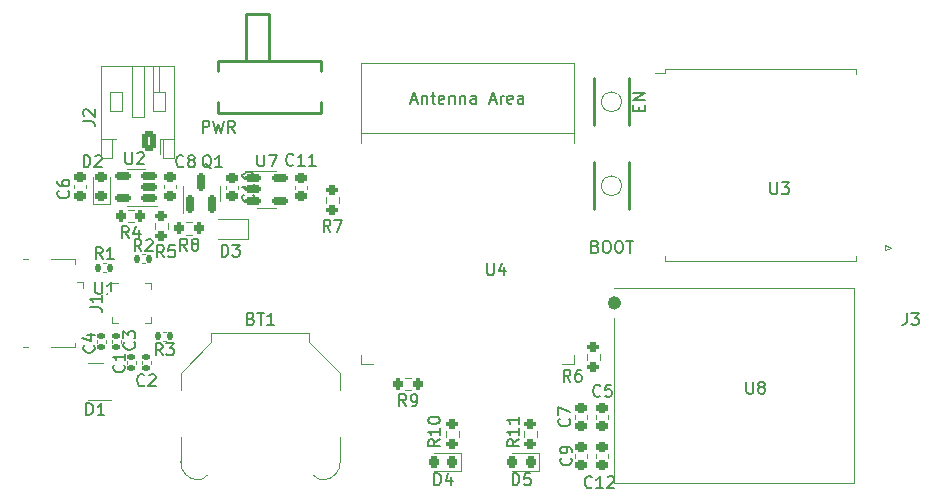
<source format=gto>
G04 #@! TF.GenerationSoftware,KiCad,Pcbnew,(6.0.7)*
G04 #@! TF.CreationDate,2022-10-05T21:11:47-04:00*
G04 #@! TF.ProjectId,Dogometer_v1,446f676f-6d65-4746-9572-5f76312e6b69,rev?*
G04 #@! TF.SameCoordinates,Original*
G04 #@! TF.FileFunction,Legend,Top*
G04 #@! TF.FilePolarity,Positive*
%FSLAX46Y46*%
G04 Gerber Fmt 4.6, Leading zero omitted, Abs format (unit mm)*
G04 Created by KiCad (PCBNEW (6.0.7)) date 2022-10-05 21:11:47*
%MOMM*%
%LPD*%
G01*
G04 APERTURE LIST*
G04 Aperture macros list*
%AMRoundRect*
0 Rectangle with rounded corners*
0 $1 Rounding radius*
0 $2 $3 $4 $5 $6 $7 $8 $9 X,Y pos of 4 corners*
0 Add a 4 corners polygon primitive as box body*
4,1,4,$2,$3,$4,$5,$6,$7,$8,$9,$2,$3,0*
0 Add four circle primitives for the rounded corners*
1,1,$1+$1,$2,$3*
1,1,$1+$1,$4,$5*
1,1,$1+$1,$6,$7*
1,1,$1+$1,$8,$9*
0 Add four rect primitives between the rounded corners*
20,1,$1+$1,$2,$3,$4,$5,0*
20,1,$1+$1,$4,$5,$6,$7,0*
20,1,$1+$1,$6,$7,$8,$9,0*
20,1,$1+$1,$8,$9,$2,$3,0*%
G04 Aperture macros list end*
%ADD10C,0.150000*%
%ADD11C,0.120000*%
%ADD12C,0.254000*%
%ADD13C,0.560000*%
%ADD14R,0.600000X0.450000*%
%ADD15RoundRect,0.150000X0.512500X0.150000X-0.512500X0.150000X-0.512500X-0.150000X0.512500X-0.150000X0*%
%ADD16RoundRect,0.135000X0.135000X0.185000X-0.135000X0.185000X-0.135000X-0.185000X0.135000X-0.185000X0*%
%ADD17RoundRect,0.140000X-0.170000X0.140000X-0.170000X-0.140000X0.170000X-0.140000X0.170000X0.140000X0*%
%ADD18RoundRect,0.225000X-0.250000X0.225000X-0.250000X-0.225000X0.250000X-0.225000X0.250000X0.225000X0*%
%ADD19R,1.350000X0.400000*%
%ADD20O,1.550000X0.890000*%
%ADD21R,1.550000X1.500000*%
%ADD22R,1.550000X1.200000*%
%ADD23O,0.950000X1.250000*%
%ADD24RoundRect,0.200000X0.200000X0.275000X-0.200000X0.275000X-0.200000X-0.275000X0.200000X-0.275000X0*%
%ADD25RoundRect,0.218750X0.218750X0.256250X-0.218750X0.256250X-0.218750X-0.256250X0.218750X-0.256250X0*%
%ADD26RoundRect,0.135000X-0.135000X-0.185000X0.135000X-0.185000X0.135000X0.185000X-0.135000X0.185000X0*%
%ADD27RoundRect,0.150000X-0.512500X-0.150000X0.512500X-0.150000X0.512500X0.150000X-0.512500X0.150000X0*%
%ADD28R,0.300000X0.300000*%
%ADD29R,0.900000X0.300000*%
%ADD30R,0.300000X0.900000*%
%ADD31R,1.800000X1.800000*%
%ADD32R,4.190000X1.780000*%
%ADD33R,4.190000X2.665000*%
%ADD34RoundRect,0.200000X0.275000X-0.200000X0.275000X0.200000X-0.275000X0.200000X-0.275000X-0.200000X0*%
%ADD35C,1.524000*%
%ADD36O,1.400000X2.200000*%
%ADD37O,2.500000X1.000000*%
%ADD38R,1.500000X0.900000*%
%ADD39R,0.900000X1.500000*%
%ADD40R,0.900000X0.900000*%
%ADD41R,0.700000X1.000000*%
%ADD42R,0.700000X0.600000*%
%ADD43RoundRect,0.200000X-0.275000X0.200000X-0.275000X-0.200000X0.275000X-0.200000X0.275000X0.200000X0*%
%ADD44R,2.000000X1.350000*%
%ADD45R,3.500000X3.300000*%
%ADD46C,10.200000*%
%ADD47R,2.000000X1.000000*%
%ADD48RoundRect,0.218750X0.256250X-0.218750X0.256250X0.218750X-0.256250X0.218750X-0.256250X-0.218750X0*%
%ADD49RoundRect,0.250000X0.350000X0.625000X-0.350000X0.625000X-0.350000X-0.625000X0.350000X-0.625000X0*%
%ADD50O,1.200000X1.750000*%
%ADD51RoundRect,0.150000X0.150000X-0.587500X0.150000X0.587500X-0.150000X0.587500X-0.150000X-0.587500X0*%
G04 APERTURE END LIST*
D10*
X122959904Y-101997380D02*
X122959904Y-100997380D01*
X123198000Y-100997380D01*
X123340857Y-101045000D01*
X123436095Y-101140238D01*
X123483714Y-101235476D01*
X123531333Y-101425952D01*
X123531333Y-101568809D01*
X123483714Y-101759285D01*
X123436095Y-101854523D01*
X123340857Y-101949761D01*
X123198000Y-101997380D01*
X122959904Y-101997380D01*
X123864666Y-100997380D02*
X124483714Y-100997380D01*
X124150380Y-101378333D01*
X124293238Y-101378333D01*
X124388476Y-101425952D01*
X124436095Y-101473571D01*
X124483714Y-101568809D01*
X124483714Y-101806904D01*
X124436095Y-101902142D01*
X124388476Y-101949761D01*
X124293238Y-101997380D01*
X124007523Y-101997380D01*
X123912285Y-101949761D01*
X123864666Y-101902142D01*
X114808095Y-93178380D02*
X114808095Y-93987904D01*
X114855714Y-94083142D01*
X114903333Y-94130761D01*
X114998571Y-94178380D01*
X115189047Y-94178380D01*
X115284285Y-94130761D01*
X115331904Y-94083142D01*
X115379523Y-93987904D01*
X115379523Y-93178380D01*
X115808095Y-93273619D02*
X115855714Y-93226000D01*
X115950952Y-93178380D01*
X116189047Y-93178380D01*
X116284285Y-93226000D01*
X116331904Y-93273619D01*
X116379523Y-93368857D01*
X116379523Y-93464095D01*
X116331904Y-93606952D01*
X115760476Y-94178380D01*
X116379523Y-94178380D01*
X117945333Y-110354380D02*
X117612000Y-109878190D01*
X117373904Y-110354380D02*
X117373904Y-109354380D01*
X117754857Y-109354380D01*
X117850095Y-109402000D01*
X117897714Y-109449619D01*
X117945333Y-109544857D01*
X117945333Y-109687714D01*
X117897714Y-109782952D01*
X117850095Y-109830571D01*
X117754857Y-109878190D01*
X117373904Y-109878190D01*
X118278666Y-109354380D02*
X118897714Y-109354380D01*
X118564380Y-109735333D01*
X118707238Y-109735333D01*
X118802476Y-109782952D01*
X118850095Y-109830571D01*
X118897714Y-109925809D01*
X118897714Y-110163904D01*
X118850095Y-110259142D01*
X118802476Y-110306761D01*
X118707238Y-110354380D01*
X118421523Y-110354380D01*
X118326285Y-110306761D01*
X118278666Y-110259142D01*
X114657142Y-111164666D02*
X114704761Y-111212285D01*
X114752380Y-111355142D01*
X114752380Y-111450380D01*
X114704761Y-111593238D01*
X114609523Y-111688476D01*
X114514285Y-111736095D01*
X114323809Y-111783714D01*
X114180952Y-111783714D01*
X113990476Y-111736095D01*
X113895238Y-111688476D01*
X113800000Y-111593238D01*
X113752380Y-111450380D01*
X113752380Y-111355142D01*
X113800000Y-111212285D01*
X113847619Y-111164666D01*
X114752380Y-110212285D02*
X114752380Y-110783714D01*
X114752380Y-110498000D02*
X113752380Y-110498000D01*
X113895238Y-110593238D01*
X113990476Y-110688476D01*
X114038095Y-110783714D01*
X109958142Y-96432666D02*
X110005761Y-96480285D01*
X110053380Y-96623142D01*
X110053380Y-96718380D01*
X110005761Y-96861238D01*
X109910523Y-96956476D01*
X109815285Y-97004095D01*
X109624809Y-97051714D01*
X109481952Y-97051714D01*
X109291476Y-97004095D01*
X109196238Y-96956476D01*
X109101000Y-96861238D01*
X109053380Y-96718380D01*
X109053380Y-96623142D01*
X109101000Y-96480285D01*
X109148619Y-96432666D01*
X109053380Y-95575523D02*
X109053380Y-95766000D01*
X109101000Y-95861238D01*
X109148619Y-95908857D01*
X109291476Y-96004095D01*
X109481952Y-96051714D01*
X109862904Y-96051714D01*
X109958142Y-96004095D01*
X110005761Y-95956476D01*
X110053380Y-95861238D01*
X110053380Y-95670761D01*
X110005761Y-95575523D01*
X109958142Y-95527904D01*
X109862904Y-95480285D01*
X109624809Y-95480285D01*
X109529571Y-95527904D01*
X109481952Y-95575523D01*
X109434333Y-95670761D01*
X109434333Y-95861238D01*
X109481952Y-95956476D01*
X109529571Y-96004095D01*
X109624809Y-96051714D01*
X155027333Y-113768142D02*
X154979714Y-113815761D01*
X154836857Y-113863380D01*
X154741619Y-113863380D01*
X154598761Y-113815761D01*
X154503523Y-113720523D01*
X154455904Y-113625285D01*
X154408285Y-113434809D01*
X154408285Y-113291952D01*
X154455904Y-113101476D01*
X154503523Y-113006238D01*
X154598761Y-112911000D01*
X154741619Y-112863380D01*
X154836857Y-112863380D01*
X154979714Y-112911000D01*
X155027333Y-112958619D01*
X155932095Y-112863380D02*
X155455904Y-112863380D01*
X155408285Y-113339571D01*
X155455904Y-113291952D01*
X155551142Y-113244333D01*
X155789238Y-113244333D01*
X155884476Y-113291952D01*
X155932095Y-113339571D01*
X155979714Y-113434809D01*
X155979714Y-113672904D01*
X155932095Y-113768142D01*
X155884476Y-113815761D01*
X155789238Y-113863380D01*
X155551142Y-113863380D01*
X155455904Y-113815761D01*
X155408285Y-113768142D01*
X111788380Y-106271333D02*
X112502666Y-106271333D01*
X112645523Y-106318952D01*
X112740761Y-106414190D01*
X112788380Y-106557047D01*
X112788380Y-106652285D01*
X112788380Y-105271333D02*
X112788380Y-105842761D01*
X112788380Y-105557047D02*
X111788380Y-105557047D01*
X111931238Y-105652285D01*
X112026476Y-105747523D01*
X112074095Y-105842761D01*
X138580333Y-114658380D02*
X138247000Y-114182190D01*
X138008904Y-114658380D02*
X138008904Y-113658380D01*
X138389857Y-113658380D01*
X138485095Y-113706000D01*
X138532714Y-113753619D01*
X138580333Y-113848857D01*
X138580333Y-113991714D01*
X138532714Y-114086952D01*
X138485095Y-114134571D01*
X138389857Y-114182190D01*
X138008904Y-114182190D01*
X139056523Y-114658380D02*
X139247000Y-114658380D01*
X139342238Y-114610761D01*
X139389857Y-114563142D01*
X139485095Y-114420285D01*
X139532714Y-114229809D01*
X139532714Y-113848857D01*
X139485095Y-113753619D01*
X139437476Y-113706000D01*
X139342238Y-113658380D01*
X139151761Y-113658380D01*
X139056523Y-113706000D01*
X139008904Y-113753619D01*
X138961285Y-113848857D01*
X138961285Y-114086952D01*
X139008904Y-114182190D01*
X139056523Y-114229809D01*
X139151761Y-114277428D01*
X139342238Y-114277428D01*
X139437476Y-114229809D01*
X139485095Y-114182190D01*
X139532714Y-114086952D01*
X147597904Y-121356380D02*
X147597904Y-120356380D01*
X147836000Y-120356380D01*
X147978857Y-120404000D01*
X148074095Y-120499238D01*
X148121714Y-120594476D01*
X148169333Y-120784952D01*
X148169333Y-120927809D01*
X148121714Y-121118285D01*
X148074095Y-121213523D01*
X147978857Y-121308761D01*
X147836000Y-121356380D01*
X147597904Y-121356380D01*
X149074095Y-120356380D02*
X148597904Y-120356380D01*
X148550285Y-120832571D01*
X148597904Y-120784952D01*
X148693142Y-120737333D01*
X148931238Y-120737333D01*
X149026476Y-120784952D01*
X149074095Y-120832571D01*
X149121714Y-120927809D01*
X149121714Y-121165904D01*
X149074095Y-121261142D01*
X149026476Y-121308761D01*
X148931238Y-121356380D01*
X148693142Y-121356380D01*
X148597904Y-121308761D01*
X148550285Y-121261142D01*
X154297142Y-121515142D02*
X154249523Y-121562761D01*
X154106666Y-121610380D01*
X154011428Y-121610380D01*
X153868571Y-121562761D01*
X153773333Y-121467523D01*
X153725714Y-121372285D01*
X153678095Y-121181809D01*
X153678095Y-121038952D01*
X153725714Y-120848476D01*
X153773333Y-120753238D01*
X153868571Y-120658000D01*
X154011428Y-120610380D01*
X154106666Y-120610380D01*
X154249523Y-120658000D01*
X154297142Y-120705619D01*
X155249523Y-121610380D02*
X154678095Y-121610380D01*
X154963809Y-121610380D02*
X154963809Y-120610380D01*
X154868571Y-120753238D01*
X154773333Y-120848476D01*
X154678095Y-120896095D01*
X155630476Y-120705619D02*
X155678095Y-120658000D01*
X155773333Y-120610380D01*
X156011428Y-120610380D01*
X156106666Y-120658000D01*
X156154285Y-120705619D01*
X156201904Y-120800857D01*
X156201904Y-120896095D01*
X156154285Y-121038952D01*
X155582857Y-121610380D01*
X156201904Y-121610380D01*
X116165333Y-101544380D02*
X115832000Y-101068190D01*
X115593904Y-101544380D02*
X115593904Y-100544380D01*
X115974857Y-100544380D01*
X116070095Y-100592000D01*
X116117714Y-100639619D01*
X116165333Y-100734857D01*
X116165333Y-100877714D01*
X116117714Y-100972952D01*
X116070095Y-101020571D01*
X115974857Y-101068190D01*
X115593904Y-101068190D01*
X116546285Y-100639619D02*
X116593904Y-100592000D01*
X116689142Y-100544380D01*
X116927238Y-100544380D01*
X117022476Y-100592000D01*
X117070095Y-100639619D01*
X117117714Y-100734857D01*
X117117714Y-100830095D01*
X117070095Y-100972952D01*
X116498666Y-101544380D01*
X117117714Y-101544380D01*
X125984095Y-93362380D02*
X125984095Y-94171904D01*
X126031714Y-94267142D01*
X126079333Y-94314761D01*
X126174571Y-94362380D01*
X126365047Y-94362380D01*
X126460285Y-94314761D01*
X126507904Y-94267142D01*
X126555523Y-94171904D01*
X126555523Y-93362380D01*
X126936476Y-93362380D02*
X127603142Y-93362380D01*
X127174571Y-94362380D01*
X112272095Y-104164380D02*
X112272095Y-104973904D01*
X112319714Y-105069142D01*
X112367333Y-105116761D01*
X112462571Y-105164380D01*
X112653047Y-105164380D01*
X112748285Y-105116761D01*
X112795904Y-105069142D01*
X112843523Y-104973904D01*
X112843523Y-104164380D01*
X113843523Y-105164380D02*
X113272095Y-105164380D01*
X113557809Y-105164380D02*
X113557809Y-104164380D01*
X113462571Y-104307238D01*
X113367333Y-104402476D01*
X113272095Y-104450095D01*
X119721333Y-94337142D02*
X119673714Y-94384761D01*
X119530857Y-94432380D01*
X119435619Y-94432380D01*
X119292761Y-94384761D01*
X119197523Y-94289523D01*
X119149904Y-94194285D01*
X119102285Y-94003809D01*
X119102285Y-93860952D01*
X119149904Y-93670476D01*
X119197523Y-93575238D01*
X119292761Y-93480000D01*
X119435619Y-93432380D01*
X119530857Y-93432380D01*
X119673714Y-93480000D01*
X119721333Y-93527619D01*
X120292761Y-93860952D02*
X120197523Y-93813333D01*
X120149904Y-93765714D01*
X120102285Y-93670476D01*
X120102285Y-93622857D01*
X120149904Y-93527619D01*
X120197523Y-93480000D01*
X120292761Y-93432380D01*
X120483238Y-93432380D01*
X120578476Y-93480000D01*
X120626095Y-93527619D01*
X120673714Y-93622857D01*
X120673714Y-93670476D01*
X120626095Y-93765714D01*
X120578476Y-93813333D01*
X120483238Y-93860952D01*
X120292761Y-93860952D01*
X120197523Y-93908571D01*
X120149904Y-93956190D01*
X120102285Y-94051428D01*
X120102285Y-94241904D01*
X120149904Y-94337142D01*
X120197523Y-94384761D01*
X120292761Y-94432380D01*
X120483238Y-94432380D01*
X120578476Y-94384761D01*
X120626095Y-94337142D01*
X120673714Y-94241904D01*
X120673714Y-94051428D01*
X120626095Y-93956190D01*
X120578476Y-93908571D01*
X120483238Y-93860952D01*
X129024142Y-94210142D02*
X128976523Y-94257761D01*
X128833666Y-94305380D01*
X128738428Y-94305380D01*
X128595571Y-94257761D01*
X128500333Y-94162523D01*
X128452714Y-94067285D01*
X128405095Y-93876809D01*
X128405095Y-93733952D01*
X128452714Y-93543476D01*
X128500333Y-93448238D01*
X128595571Y-93353000D01*
X128738428Y-93305380D01*
X128833666Y-93305380D01*
X128976523Y-93353000D01*
X129024142Y-93400619D01*
X129976523Y-94305380D02*
X129405095Y-94305380D01*
X129690809Y-94305380D02*
X129690809Y-93305380D01*
X129595571Y-93448238D01*
X129500333Y-93543476D01*
X129405095Y-93591095D01*
X130928904Y-94305380D02*
X130357476Y-94305380D01*
X130643190Y-94305380D02*
X130643190Y-93305380D01*
X130547952Y-93448238D01*
X130452714Y-93543476D01*
X130357476Y-93591095D01*
X115546142Y-109259666D02*
X115593761Y-109307285D01*
X115641380Y-109450142D01*
X115641380Y-109545380D01*
X115593761Y-109688238D01*
X115498523Y-109783476D01*
X115403285Y-109831095D01*
X115212809Y-109878714D01*
X115069952Y-109878714D01*
X114879476Y-109831095D01*
X114784238Y-109783476D01*
X114689000Y-109688238D01*
X114641380Y-109545380D01*
X114641380Y-109450142D01*
X114689000Y-109307285D01*
X114736619Y-109259666D01*
X114641380Y-108926333D02*
X114641380Y-108307285D01*
X115022333Y-108640619D01*
X115022333Y-108497761D01*
X115069952Y-108402523D01*
X115117571Y-108354904D01*
X115212809Y-108307285D01*
X115450904Y-108307285D01*
X115546142Y-108354904D01*
X115593761Y-108402523D01*
X115641380Y-108497761D01*
X115641380Y-108783476D01*
X115593761Y-108878714D01*
X115546142Y-108926333D01*
X180961666Y-106786380D02*
X180961666Y-107500666D01*
X180914047Y-107643523D01*
X180818809Y-107738761D01*
X180675952Y-107786380D01*
X180580714Y-107786380D01*
X181342619Y-106786380D02*
X181961666Y-106786380D01*
X181628333Y-107167333D01*
X181771190Y-107167333D01*
X181866428Y-107214952D01*
X181914047Y-107262571D01*
X181961666Y-107357809D01*
X181961666Y-107595904D01*
X181914047Y-107691142D01*
X181866428Y-107738761D01*
X181771190Y-107786380D01*
X181485476Y-107786380D01*
X181390238Y-107738761D01*
X181342619Y-107691142D01*
X152487333Y-112593380D02*
X152154000Y-112117190D01*
X151915904Y-112593380D02*
X151915904Y-111593380D01*
X152296857Y-111593380D01*
X152392095Y-111641000D01*
X152439714Y-111688619D01*
X152487333Y-111783857D01*
X152487333Y-111926714D01*
X152439714Y-112021952D01*
X152392095Y-112069571D01*
X152296857Y-112117190D01*
X151915904Y-112117190D01*
X153344476Y-111593380D02*
X153154000Y-111593380D01*
X153058761Y-111641000D01*
X153011142Y-111688619D01*
X152915904Y-111831476D01*
X152868285Y-112021952D01*
X152868285Y-112402904D01*
X152915904Y-112498142D01*
X152963523Y-112545761D01*
X153058761Y-112593380D01*
X153249238Y-112593380D01*
X153344476Y-112545761D01*
X153392095Y-112498142D01*
X153439714Y-112402904D01*
X153439714Y-112164809D01*
X153392095Y-112069571D01*
X153344476Y-112021952D01*
X153249238Y-111974333D01*
X153058761Y-111974333D01*
X152963523Y-112021952D01*
X152915904Y-112069571D01*
X152868285Y-112164809D01*
X148120380Y-117482857D02*
X147644190Y-117816190D01*
X148120380Y-118054285D02*
X147120380Y-118054285D01*
X147120380Y-117673333D01*
X147168000Y-117578095D01*
X147215619Y-117530476D01*
X147310857Y-117482857D01*
X147453714Y-117482857D01*
X147548952Y-117530476D01*
X147596571Y-117578095D01*
X147644190Y-117673333D01*
X147644190Y-118054285D01*
X148120380Y-116530476D02*
X148120380Y-117101904D01*
X148120380Y-116816190D02*
X147120380Y-116816190D01*
X147263238Y-116911428D01*
X147358476Y-117006666D01*
X147406095Y-117101904D01*
X148120380Y-115578095D02*
X148120380Y-116149523D01*
X148120380Y-115863809D02*
X147120380Y-115863809D01*
X147263238Y-115959047D01*
X147358476Y-116054285D01*
X147406095Y-116149523D01*
X121348666Y-91511380D02*
X121348666Y-90511380D01*
X121729619Y-90511380D01*
X121824857Y-90559000D01*
X121872476Y-90606619D01*
X121920095Y-90701857D01*
X121920095Y-90844714D01*
X121872476Y-90939952D01*
X121824857Y-90987571D01*
X121729619Y-91035190D01*
X121348666Y-91035190D01*
X122253428Y-90511380D02*
X122491523Y-91511380D01*
X122682000Y-90797095D01*
X122872476Y-91511380D01*
X123110571Y-90511380D01*
X124062952Y-91511380D02*
X123729619Y-91035190D01*
X123491523Y-91511380D02*
X123491523Y-90511380D01*
X123872476Y-90511380D01*
X123967714Y-90559000D01*
X124015333Y-90606619D01*
X124062952Y-90701857D01*
X124062952Y-90844714D01*
X124015333Y-90939952D01*
X123967714Y-90987571D01*
X123872476Y-91035190D01*
X123491523Y-91035190D01*
X112865333Y-102216380D02*
X112532000Y-101740190D01*
X112293904Y-102216380D02*
X112293904Y-101216380D01*
X112674857Y-101216380D01*
X112770095Y-101264000D01*
X112817714Y-101311619D01*
X112865333Y-101406857D01*
X112865333Y-101549714D01*
X112817714Y-101644952D01*
X112770095Y-101692571D01*
X112674857Y-101740190D01*
X112293904Y-101740190D01*
X113817714Y-102216380D02*
X113246285Y-102216380D01*
X113532000Y-102216380D02*
X113532000Y-101216380D01*
X113436761Y-101359238D01*
X113341523Y-101454476D01*
X113246285Y-101502095D01*
X125617642Y-96777857D02*
X125665261Y-96825476D01*
X125712880Y-96968333D01*
X125712880Y-97063571D01*
X125665261Y-97206428D01*
X125570023Y-97301666D01*
X125474785Y-97349285D01*
X125284309Y-97396904D01*
X125141452Y-97396904D01*
X124950976Y-97349285D01*
X124855738Y-97301666D01*
X124760500Y-97206428D01*
X124712880Y-97063571D01*
X124712880Y-96968333D01*
X124760500Y-96825476D01*
X124808119Y-96777857D01*
X125712880Y-95825476D02*
X125712880Y-96396904D01*
X125712880Y-96111190D02*
X124712880Y-96111190D01*
X124855738Y-96206428D01*
X124950976Y-96301666D01*
X124998595Y-96396904D01*
X124712880Y-95206428D02*
X124712880Y-95111190D01*
X124760500Y-95015952D01*
X124808119Y-94968333D01*
X124903357Y-94920714D01*
X125093833Y-94873095D01*
X125331928Y-94873095D01*
X125522404Y-94920714D01*
X125617642Y-94968333D01*
X125665261Y-95015952D01*
X125712880Y-95111190D01*
X125712880Y-95206428D01*
X125665261Y-95301666D01*
X125617642Y-95349285D01*
X125522404Y-95396904D01*
X125331928Y-95444523D01*
X125093833Y-95444523D01*
X124903357Y-95396904D01*
X124808119Y-95349285D01*
X124760500Y-95301666D01*
X124712880Y-95206428D01*
X115086333Y-100434380D02*
X114753000Y-99958190D01*
X114514904Y-100434380D02*
X114514904Y-99434380D01*
X114895857Y-99434380D01*
X114991095Y-99482000D01*
X115038714Y-99529619D01*
X115086333Y-99624857D01*
X115086333Y-99767714D01*
X115038714Y-99862952D01*
X114991095Y-99910571D01*
X114895857Y-99958190D01*
X114514904Y-99958190D01*
X115943476Y-99767714D02*
X115943476Y-100434380D01*
X115705380Y-99386761D02*
X115467285Y-100101047D01*
X116086333Y-100101047D01*
X167386095Y-112609380D02*
X167386095Y-113418904D01*
X167433714Y-113514142D01*
X167481333Y-113561761D01*
X167576571Y-113609380D01*
X167767047Y-113609380D01*
X167862285Y-113561761D01*
X167909904Y-113514142D01*
X167957523Y-113418904D01*
X167957523Y-112609380D01*
X168576571Y-113037952D02*
X168481333Y-112990333D01*
X168433714Y-112942714D01*
X168386095Y-112847476D01*
X168386095Y-112799857D01*
X168433714Y-112704619D01*
X168481333Y-112657000D01*
X168576571Y-112609380D01*
X168767047Y-112609380D01*
X168862285Y-112657000D01*
X168909904Y-112704619D01*
X168957523Y-112799857D01*
X168957523Y-112847476D01*
X168909904Y-112942714D01*
X168862285Y-112990333D01*
X168767047Y-113037952D01*
X168576571Y-113037952D01*
X168481333Y-113085571D01*
X168433714Y-113133190D01*
X168386095Y-113228428D01*
X168386095Y-113418904D01*
X168433714Y-113514142D01*
X168481333Y-113561761D01*
X168576571Y-113609380D01*
X168767047Y-113609380D01*
X168862285Y-113561761D01*
X168909904Y-113514142D01*
X168957523Y-113418904D01*
X168957523Y-113228428D01*
X168909904Y-113133190D01*
X168862285Y-113085571D01*
X168767047Y-113037952D01*
X152376142Y-115736666D02*
X152423761Y-115784285D01*
X152471380Y-115927142D01*
X152471380Y-116022380D01*
X152423761Y-116165238D01*
X152328523Y-116260476D01*
X152233285Y-116308095D01*
X152042809Y-116355714D01*
X151899952Y-116355714D01*
X151709476Y-116308095D01*
X151614238Y-116260476D01*
X151519000Y-116165238D01*
X151471380Y-116022380D01*
X151471380Y-115927142D01*
X151519000Y-115784285D01*
X151566619Y-115736666D01*
X151471380Y-115403333D02*
X151471380Y-114736666D01*
X152471380Y-115165238D01*
X145415095Y-102576380D02*
X145415095Y-103385904D01*
X145462714Y-103481142D01*
X145510333Y-103528761D01*
X145605571Y-103576380D01*
X145796047Y-103576380D01*
X145891285Y-103528761D01*
X145938904Y-103481142D01*
X145986523Y-103385904D01*
X145986523Y-102576380D01*
X146891285Y-102909714D02*
X146891285Y-103576380D01*
X146653190Y-102528761D02*
X146415095Y-103243047D01*
X147034142Y-103243047D01*
X139002095Y-88762666D02*
X139478285Y-88762666D01*
X138906857Y-89048380D02*
X139240190Y-88048380D01*
X139573523Y-89048380D01*
X139906857Y-88381714D02*
X139906857Y-89048380D01*
X139906857Y-88476952D02*
X139954476Y-88429333D01*
X140049714Y-88381714D01*
X140192571Y-88381714D01*
X140287809Y-88429333D01*
X140335428Y-88524571D01*
X140335428Y-89048380D01*
X140668761Y-88381714D02*
X141049714Y-88381714D01*
X140811619Y-88048380D02*
X140811619Y-88905523D01*
X140859238Y-89000761D01*
X140954476Y-89048380D01*
X141049714Y-89048380D01*
X141764000Y-89000761D02*
X141668761Y-89048380D01*
X141478285Y-89048380D01*
X141383047Y-89000761D01*
X141335428Y-88905523D01*
X141335428Y-88524571D01*
X141383047Y-88429333D01*
X141478285Y-88381714D01*
X141668761Y-88381714D01*
X141764000Y-88429333D01*
X141811619Y-88524571D01*
X141811619Y-88619809D01*
X141335428Y-88715047D01*
X142240190Y-88381714D02*
X142240190Y-89048380D01*
X142240190Y-88476952D02*
X142287809Y-88429333D01*
X142383047Y-88381714D01*
X142525904Y-88381714D01*
X142621142Y-88429333D01*
X142668761Y-88524571D01*
X142668761Y-89048380D01*
X143144952Y-88381714D02*
X143144952Y-89048380D01*
X143144952Y-88476952D02*
X143192571Y-88429333D01*
X143287809Y-88381714D01*
X143430666Y-88381714D01*
X143525904Y-88429333D01*
X143573523Y-88524571D01*
X143573523Y-89048380D01*
X144478285Y-89048380D02*
X144478285Y-88524571D01*
X144430666Y-88429333D01*
X144335428Y-88381714D01*
X144144952Y-88381714D01*
X144049714Y-88429333D01*
X144478285Y-89000761D02*
X144383047Y-89048380D01*
X144144952Y-89048380D01*
X144049714Y-89000761D01*
X144002095Y-88905523D01*
X144002095Y-88810285D01*
X144049714Y-88715047D01*
X144144952Y-88667428D01*
X144383047Y-88667428D01*
X144478285Y-88619809D01*
X145668761Y-88762666D02*
X146144952Y-88762666D01*
X145573523Y-89048380D02*
X145906857Y-88048380D01*
X146240190Y-89048380D01*
X146573523Y-89048380D02*
X146573523Y-88381714D01*
X146573523Y-88572190D02*
X146621142Y-88476952D01*
X146668761Y-88429333D01*
X146764000Y-88381714D01*
X146859238Y-88381714D01*
X147573523Y-89000761D02*
X147478285Y-89048380D01*
X147287809Y-89048380D01*
X147192571Y-89000761D01*
X147144952Y-88905523D01*
X147144952Y-88524571D01*
X147192571Y-88429333D01*
X147287809Y-88381714D01*
X147478285Y-88381714D01*
X147573523Y-88429333D01*
X147621142Y-88524571D01*
X147621142Y-88619809D01*
X147144952Y-88715047D01*
X148478285Y-89048380D02*
X148478285Y-88524571D01*
X148430666Y-88429333D01*
X148335428Y-88381714D01*
X148144952Y-88381714D01*
X148049714Y-88429333D01*
X148478285Y-89000761D02*
X148383047Y-89048380D01*
X148144952Y-89048380D01*
X148049714Y-89000761D01*
X148002095Y-88905523D01*
X148002095Y-88810285D01*
X148049714Y-88715047D01*
X148144952Y-88667428D01*
X148383047Y-88667428D01*
X148478285Y-88619809D01*
X120038333Y-101494380D02*
X119705000Y-101018190D01*
X119466904Y-101494380D02*
X119466904Y-100494380D01*
X119847857Y-100494380D01*
X119943095Y-100542000D01*
X119990714Y-100589619D01*
X120038333Y-100684857D01*
X120038333Y-100827714D01*
X119990714Y-100922952D01*
X119943095Y-100970571D01*
X119847857Y-101018190D01*
X119466904Y-101018190D01*
X120609761Y-100922952D02*
X120514523Y-100875333D01*
X120466904Y-100827714D01*
X120419285Y-100732476D01*
X120419285Y-100684857D01*
X120466904Y-100589619D01*
X120514523Y-100542000D01*
X120609761Y-100494380D01*
X120800238Y-100494380D01*
X120895476Y-100542000D01*
X120943095Y-100589619D01*
X120990714Y-100684857D01*
X120990714Y-100732476D01*
X120943095Y-100827714D01*
X120895476Y-100875333D01*
X120800238Y-100922952D01*
X120609761Y-100922952D01*
X120514523Y-100970571D01*
X120466904Y-101018190D01*
X120419285Y-101113428D01*
X120419285Y-101303904D01*
X120466904Y-101399142D01*
X120514523Y-101446761D01*
X120609761Y-101494380D01*
X120800238Y-101494380D01*
X120895476Y-101446761D01*
X120943095Y-101399142D01*
X120990714Y-101303904D01*
X120990714Y-101113428D01*
X120943095Y-101018190D01*
X120895476Y-100970571D01*
X120800238Y-100922952D01*
X141422380Y-117482857D02*
X140946190Y-117816190D01*
X141422380Y-118054285D02*
X140422380Y-118054285D01*
X140422380Y-117673333D01*
X140470000Y-117578095D01*
X140517619Y-117530476D01*
X140612857Y-117482857D01*
X140755714Y-117482857D01*
X140850952Y-117530476D01*
X140898571Y-117578095D01*
X140946190Y-117673333D01*
X140946190Y-118054285D01*
X141422380Y-116530476D02*
X141422380Y-117101904D01*
X141422380Y-116816190D02*
X140422380Y-116816190D01*
X140565238Y-116911428D01*
X140660476Y-117006666D01*
X140708095Y-117101904D01*
X140422380Y-115911428D02*
X140422380Y-115816190D01*
X140470000Y-115720952D01*
X140517619Y-115673333D01*
X140612857Y-115625714D01*
X140803333Y-115578095D01*
X141041428Y-115578095D01*
X141231904Y-115625714D01*
X141327142Y-115673333D01*
X141374761Y-115720952D01*
X141422380Y-115816190D01*
X141422380Y-115911428D01*
X141374761Y-116006666D01*
X141327142Y-116054285D01*
X141231904Y-116101904D01*
X141041428Y-116149523D01*
X140803333Y-116149523D01*
X140612857Y-116101904D01*
X140517619Y-116054285D01*
X140470000Y-116006666D01*
X140422380Y-115911428D01*
X111509904Y-115418380D02*
X111509904Y-114418380D01*
X111748000Y-114418380D01*
X111890857Y-114466000D01*
X111986095Y-114561238D01*
X112033714Y-114656476D01*
X112081333Y-114846952D01*
X112081333Y-114989809D01*
X112033714Y-115180285D01*
X111986095Y-115275523D01*
X111890857Y-115370761D01*
X111748000Y-115418380D01*
X111509904Y-115418380D01*
X113033714Y-115418380D02*
X112462285Y-115418380D01*
X112748000Y-115418380D02*
X112748000Y-114418380D01*
X112652761Y-114561238D01*
X112557523Y-114656476D01*
X112462285Y-114704095D01*
X132167333Y-99893380D02*
X131834000Y-99417190D01*
X131595904Y-99893380D02*
X131595904Y-98893380D01*
X131976857Y-98893380D01*
X132072095Y-98941000D01*
X132119714Y-98988619D01*
X132167333Y-99083857D01*
X132167333Y-99226714D01*
X132119714Y-99321952D01*
X132072095Y-99369571D01*
X131976857Y-99417190D01*
X131595904Y-99417190D01*
X132500666Y-98893380D02*
X133167333Y-98893380D01*
X132738761Y-99893380D01*
X154598857Y-101147571D02*
X154741714Y-101195190D01*
X154789333Y-101242809D01*
X154836952Y-101338047D01*
X154836952Y-101480904D01*
X154789333Y-101576142D01*
X154741714Y-101623761D01*
X154646476Y-101671380D01*
X154265523Y-101671380D01*
X154265523Y-100671380D01*
X154598857Y-100671380D01*
X154694095Y-100719000D01*
X154741714Y-100766619D01*
X154789333Y-100861857D01*
X154789333Y-100957095D01*
X154741714Y-101052333D01*
X154694095Y-101099952D01*
X154598857Y-101147571D01*
X154265523Y-101147571D01*
X155456000Y-100671380D02*
X155646476Y-100671380D01*
X155741714Y-100719000D01*
X155836952Y-100814238D01*
X155884571Y-101004714D01*
X155884571Y-101338047D01*
X155836952Y-101528523D01*
X155741714Y-101623761D01*
X155646476Y-101671380D01*
X155456000Y-101671380D01*
X155360761Y-101623761D01*
X155265523Y-101528523D01*
X155217904Y-101338047D01*
X155217904Y-101004714D01*
X155265523Y-100814238D01*
X155360761Y-100719000D01*
X155456000Y-100671380D01*
X156503619Y-100671380D02*
X156694095Y-100671380D01*
X156789333Y-100719000D01*
X156884571Y-100814238D01*
X156932190Y-101004714D01*
X156932190Y-101338047D01*
X156884571Y-101528523D01*
X156789333Y-101623761D01*
X156694095Y-101671380D01*
X156503619Y-101671380D01*
X156408380Y-101623761D01*
X156313142Y-101528523D01*
X156265523Y-101338047D01*
X156265523Y-101004714D01*
X156313142Y-100814238D01*
X156408380Y-100719000D01*
X156503619Y-100671380D01*
X157217904Y-100671380D02*
X157789333Y-100671380D01*
X157503619Y-101671380D02*
X157503619Y-100671380D01*
X125452285Y-107244571D02*
X125595142Y-107292190D01*
X125642761Y-107339809D01*
X125690380Y-107435047D01*
X125690380Y-107577904D01*
X125642761Y-107673142D01*
X125595142Y-107720761D01*
X125499904Y-107768380D01*
X125118952Y-107768380D01*
X125118952Y-106768380D01*
X125452285Y-106768380D01*
X125547523Y-106816000D01*
X125595142Y-106863619D01*
X125642761Y-106958857D01*
X125642761Y-107054095D01*
X125595142Y-107149333D01*
X125547523Y-107196952D01*
X125452285Y-107244571D01*
X125118952Y-107244571D01*
X125976095Y-106768380D02*
X126547523Y-106768380D01*
X126261809Y-107768380D02*
X126261809Y-106768380D01*
X127404666Y-107768380D02*
X126833238Y-107768380D01*
X127118952Y-107768380D02*
X127118952Y-106768380D01*
X127023714Y-106911238D01*
X126928476Y-107006476D01*
X126833238Y-107054095D01*
X112117142Y-109513666D02*
X112164761Y-109561285D01*
X112212380Y-109704142D01*
X112212380Y-109799380D01*
X112164761Y-109942238D01*
X112069523Y-110037476D01*
X111974285Y-110085095D01*
X111783809Y-110132714D01*
X111640952Y-110132714D01*
X111450476Y-110085095D01*
X111355238Y-110037476D01*
X111260000Y-109942238D01*
X111212380Y-109799380D01*
X111212380Y-109704142D01*
X111260000Y-109561285D01*
X111307619Y-109513666D01*
X111545714Y-108656523D02*
X112212380Y-108656523D01*
X111164761Y-108894619D02*
X111879047Y-109132714D01*
X111879047Y-108513666D01*
X152503142Y-119051666D02*
X152550761Y-119099285D01*
X152598380Y-119242142D01*
X152598380Y-119337380D01*
X152550761Y-119480238D01*
X152455523Y-119575476D01*
X152360285Y-119623095D01*
X152169809Y-119670714D01*
X152026952Y-119670714D01*
X151836476Y-119623095D01*
X151741238Y-119575476D01*
X151646000Y-119480238D01*
X151598380Y-119337380D01*
X151598380Y-119242142D01*
X151646000Y-119099285D01*
X151693619Y-119051666D01*
X152598380Y-118575476D02*
X152598380Y-118385000D01*
X152550761Y-118289761D01*
X152503142Y-118242142D01*
X152360285Y-118146904D01*
X152169809Y-118099285D01*
X151788857Y-118099285D01*
X151693619Y-118146904D01*
X151646000Y-118194523D01*
X151598380Y-118289761D01*
X151598380Y-118480238D01*
X151646000Y-118575476D01*
X151693619Y-118623095D01*
X151788857Y-118670714D01*
X152026952Y-118670714D01*
X152122190Y-118623095D01*
X152169809Y-118575476D01*
X152217428Y-118480238D01*
X152217428Y-118289761D01*
X152169809Y-118194523D01*
X152122190Y-118146904D01*
X152026952Y-118099285D01*
X169418095Y-95718380D02*
X169418095Y-96527904D01*
X169465714Y-96623142D01*
X169513333Y-96670761D01*
X169608571Y-96718380D01*
X169799047Y-96718380D01*
X169894285Y-96670761D01*
X169941904Y-96623142D01*
X169989523Y-96527904D01*
X169989523Y-95718380D01*
X170370476Y-95718380D02*
X170989523Y-95718380D01*
X170656190Y-96099333D01*
X170799047Y-96099333D01*
X170894285Y-96146952D01*
X170941904Y-96194571D01*
X170989523Y-96289809D01*
X170989523Y-96527904D01*
X170941904Y-96623142D01*
X170894285Y-96670761D01*
X170799047Y-96718380D01*
X170513333Y-96718380D01*
X170418095Y-96670761D01*
X170370476Y-96623142D01*
X111275904Y-94432380D02*
X111275904Y-93432380D01*
X111514000Y-93432380D01*
X111656857Y-93480000D01*
X111752095Y-93575238D01*
X111799714Y-93670476D01*
X111847333Y-93860952D01*
X111847333Y-94003809D01*
X111799714Y-94194285D01*
X111752095Y-94289523D01*
X111656857Y-94384761D01*
X111514000Y-94432380D01*
X111275904Y-94432380D01*
X112228285Y-93527619D02*
X112275904Y-93480000D01*
X112371142Y-93432380D01*
X112609238Y-93432380D01*
X112704476Y-93480000D01*
X112752095Y-93527619D01*
X112799714Y-93622857D01*
X112799714Y-93718095D01*
X112752095Y-93860952D01*
X112180666Y-94432380D01*
X112799714Y-94432380D01*
X116419333Y-112879142D02*
X116371714Y-112926761D01*
X116228857Y-112974380D01*
X116133619Y-112974380D01*
X115990761Y-112926761D01*
X115895523Y-112831523D01*
X115847904Y-112736285D01*
X115800285Y-112545809D01*
X115800285Y-112402952D01*
X115847904Y-112212476D01*
X115895523Y-112117238D01*
X115990761Y-112022000D01*
X116133619Y-111974380D01*
X116228857Y-111974380D01*
X116371714Y-112022000D01*
X116419333Y-112069619D01*
X116800285Y-112069619D02*
X116847904Y-112022000D01*
X116943142Y-111974380D01*
X117181238Y-111974380D01*
X117276476Y-112022000D01*
X117324095Y-112069619D01*
X117371714Y-112164857D01*
X117371714Y-112260095D01*
X117324095Y-112402952D01*
X116752666Y-112974380D01*
X117371714Y-112974380D01*
X111212380Y-90535333D02*
X111926666Y-90535333D01*
X112069523Y-90582952D01*
X112164761Y-90678190D01*
X112212380Y-90821047D01*
X112212380Y-90916285D01*
X111307619Y-90106761D02*
X111260000Y-90059142D01*
X111212380Y-89963904D01*
X111212380Y-89725809D01*
X111260000Y-89630571D01*
X111307619Y-89582952D01*
X111402857Y-89535333D01*
X111498095Y-89535333D01*
X111640952Y-89582952D01*
X112212380Y-90154380D01*
X112212380Y-89535333D01*
X158297571Y-89638095D02*
X158297571Y-89304761D01*
X158821380Y-89161904D02*
X158821380Y-89638095D01*
X157821380Y-89638095D01*
X157821380Y-89161904D01*
X158821380Y-88733333D02*
X157821380Y-88733333D01*
X158821380Y-88161904D01*
X157821380Y-88161904D01*
X140968404Y-121356380D02*
X140968404Y-120356380D01*
X141206500Y-120356380D01*
X141349357Y-120404000D01*
X141444595Y-120499238D01*
X141492214Y-120594476D01*
X141539833Y-120784952D01*
X141539833Y-120927809D01*
X141492214Y-121118285D01*
X141444595Y-121213523D01*
X141349357Y-121308761D01*
X141206500Y-121356380D01*
X140968404Y-121356380D01*
X142396976Y-120689714D02*
X142396976Y-121356380D01*
X142158880Y-120308761D02*
X141920785Y-121023047D01*
X142539833Y-121023047D01*
X118070333Y-102052380D02*
X117737000Y-101576190D01*
X117498904Y-102052380D02*
X117498904Y-101052380D01*
X117879857Y-101052380D01*
X117975095Y-101100000D01*
X118022714Y-101147619D01*
X118070333Y-101242857D01*
X118070333Y-101385714D01*
X118022714Y-101480952D01*
X117975095Y-101528571D01*
X117879857Y-101576190D01*
X117498904Y-101576190D01*
X118975095Y-101052380D02*
X118498904Y-101052380D01*
X118451285Y-101528571D01*
X118498904Y-101480952D01*
X118594142Y-101433333D01*
X118832238Y-101433333D01*
X118927476Y-101480952D01*
X118975095Y-101528571D01*
X119022714Y-101623809D01*
X119022714Y-101861904D01*
X118975095Y-101957142D01*
X118927476Y-102004761D01*
X118832238Y-102052380D01*
X118594142Y-102052380D01*
X118498904Y-102004761D01*
X118451285Y-101957142D01*
X122078761Y-94527619D02*
X121983523Y-94480000D01*
X121888285Y-94384761D01*
X121745428Y-94241904D01*
X121650190Y-94194285D01*
X121554952Y-94194285D01*
X121602571Y-94432380D02*
X121507333Y-94384761D01*
X121412095Y-94289523D01*
X121364476Y-94099047D01*
X121364476Y-93765714D01*
X121412095Y-93575238D01*
X121507333Y-93480000D01*
X121602571Y-93432380D01*
X121793047Y-93432380D01*
X121888285Y-93480000D01*
X121983523Y-93575238D01*
X122031142Y-93765714D01*
X122031142Y-94099047D01*
X121983523Y-94289523D01*
X121888285Y-94384761D01*
X121793047Y-94432380D01*
X121602571Y-94432380D01*
X122983523Y-94432380D02*
X122412095Y-94432380D01*
X122697809Y-94432380D02*
X122697809Y-93432380D01*
X122602571Y-93575238D01*
X122507333Y-93670476D01*
X122412095Y-93718095D01*
D11*
X125198000Y-100545000D02*
X125198000Y-98845000D01*
X125198000Y-98845000D02*
X122648000Y-98845000D01*
X125198000Y-100545000D02*
X122648000Y-100545000D01*
X115702500Y-94562000D02*
X114902500Y-94562000D01*
X115702500Y-97682000D02*
X114902500Y-97682000D01*
X115702500Y-94562000D02*
X116502500Y-94562000D01*
X115702500Y-97682000D02*
X117502500Y-97682000D01*
X118265641Y-109112000D02*
X117958359Y-109112000D01*
X118265641Y-108352000D02*
X117958359Y-108352000D01*
X115676000Y-110882164D02*
X115676000Y-111097836D01*
X114956000Y-110882164D02*
X114956000Y-111097836D01*
X111508000Y-95928420D02*
X111508000Y-96209580D01*
X110488000Y-95928420D02*
X110488000Y-96209580D01*
X155704000Y-115442420D02*
X155704000Y-115723580D01*
X154684000Y-115442420D02*
X154684000Y-115723580D01*
X110496000Y-109698000D02*
X110496000Y-109278000D01*
X111176000Y-104628000D02*
X111176000Y-104178000D01*
X110496000Y-102178000D02*
X110496000Y-102598000D01*
X108516000Y-102178000D02*
X110496000Y-102178000D01*
X106146000Y-102178000D02*
X106546000Y-102178000D01*
X106546000Y-109698000D02*
X106146000Y-109698000D01*
X108516000Y-109698000D02*
X110496000Y-109698000D01*
X110726000Y-104178000D02*
X111176000Y-104178000D01*
X138984258Y-113298500D02*
X138509742Y-113298500D01*
X138984258Y-112253500D02*
X138509742Y-112253500D01*
X147536000Y-120115000D02*
X149821000Y-120115000D01*
X149821000Y-120115000D02*
X149821000Y-118645000D01*
X149821000Y-118645000D02*
X147536000Y-118645000D01*
X154684000Y-118744420D02*
X154684000Y-119025580D01*
X155704000Y-118744420D02*
X155704000Y-119025580D01*
X116176359Y-101792000D02*
X116483641Y-101792000D01*
X116176359Y-102552000D02*
X116483641Y-102552000D01*
X126746000Y-97870000D02*
X127546000Y-97870000D01*
X126746000Y-97870000D02*
X125946000Y-97870000D01*
X126746000Y-94750000D02*
X127546000Y-94750000D01*
X126746000Y-94750000D02*
X124946000Y-94750000D01*
X113656000Y-104278000D02*
X114156000Y-104278000D01*
X116976000Y-107598000D02*
X116976000Y-107098000D01*
X113656000Y-107598000D02*
X113656000Y-107098000D01*
X116976000Y-104278000D02*
X116976000Y-104778000D01*
X114156000Y-107598000D02*
X113656000Y-107598000D01*
X116476000Y-107598000D02*
X116976000Y-107598000D01*
X116476000Y-104278000D02*
X116976000Y-104278000D01*
X118108000Y-95915420D02*
X118108000Y-96196580D01*
X119128000Y-95915420D02*
X119128000Y-96196580D01*
X130182500Y-95994420D02*
X130182500Y-96275580D01*
X129162500Y-95994420D02*
X129162500Y-96275580D01*
X114406000Y-109104164D02*
X114406000Y-109319836D01*
X113686000Y-109104164D02*
X113686000Y-109319836D01*
X179600000Y-101234000D02*
X179100000Y-100984000D01*
X179100000Y-100984000D02*
X179100000Y-101484000D01*
X179100000Y-101484000D02*
X179600000Y-101234000D01*
X153909500Y-110727258D02*
X153909500Y-110252742D01*
X154954500Y-110727258D02*
X154954500Y-110252742D01*
X149620500Y-117268258D02*
X149620500Y-116793742D01*
X148575500Y-117268258D02*
X148575500Y-116793742D01*
D12*
X125000000Y-81430000D02*
X125000000Y-85430000D01*
X127000000Y-81430000D02*
X125000000Y-81430000D01*
X131350000Y-85430000D02*
X131350000Y-86330000D01*
X122650000Y-85430000D02*
X122650000Y-86330000D01*
X127000000Y-81430000D02*
X127000000Y-85430000D01*
X131350000Y-89830000D02*
X131350000Y-88930000D01*
X131350000Y-85430000D02*
X122650000Y-85430000D01*
X122650000Y-89830000D02*
X122650000Y-88930000D01*
X122650000Y-89830000D02*
X131350000Y-89830000D01*
D11*
X112878359Y-102554000D02*
X113185641Y-102554000D01*
X112878359Y-103314000D02*
X113185641Y-103314000D01*
X123320500Y-95994420D02*
X123320500Y-96275580D01*
X124340500Y-95994420D02*
X124340500Y-96275580D01*
X115490258Y-99074500D02*
X115015742Y-99074500D01*
X115490258Y-98029500D02*
X115015742Y-98029500D01*
X156206000Y-107188000D02*
X156206000Y-121158000D01*
X156206000Y-121158000D02*
X176526000Y-121158000D01*
X176526000Y-104648000D02*
X156206000Y-104648000D01*
X176526000Y-121158000D02*
X176526000Y-104648000D01*
D13*
X156486000Y-105918000D02*
G75*
G03*
X156486000Y-105918000I-280000J0D01*
G01*
D11*
X153926000Y-115429420D02*
X153926000Y-115710580D01*
X152906000Y-115429420D02*
X152906000Y-115710580D01*
X134764000Y-85596000D02*
X134764000Y-92346000D01*
X152764000Y-85596000D02*
X152764000Y-92346000D01*
X134764000Y-85596000D02*
X152764000Y-85596000D01*
X134764000Y-111096000D02*
X135764000Y-111096000D01*
X134764000Y-110346000D02*
X134764000Y-111096000D01*
X152764000Y-110346000D02*
X152764000Y-111096000D01*
X152764000Y-91536000D02*
X134764000Y-91536000D01*
X152764000Y-111096000D02*
X151764000Y-111096000D01*
X120442258Y-99089500D02*
X119967742Y-99089500D01*
X120442258Y-100134500D02*
X119967742Y-100134500D01*
X143016500Y-117268258D02*
X143016500Y-116793742D01*
X141971500Y-117268258D02*
X141971500Y-116793742D01*
X111618000Y-114146000D02*
X113618000Y-114146000D01*
X112918000Y-111026000D02*
X111618000Y-111026000D01*
X132856500Y-96981742D02*
X132856500Y-97456258D01*
X131811500Y-96981742D02*
X131811500Y-97456258D01*
D12*
X157406000Y-94012000D02*
X157406000Y-98012000D01*
X154506000Y-94012000D02*
X154506000Y-98012000D01*
D11*
X156806000Y-96012000D02*
G75*
G03*
X156806000Y-96012000I-850000J0D01*
G01*
X130388000Y-108466000D02*
X130388000Y-109266000D01*
X132988000Y-111866000D02*
X132988000Y-113316000D01*
X122088000Y-109266000D02*
X122088000Y-108466000D01*
X132988000Y-117316000D02*
X132988000Y-119416000D01*
X122088000Y-108466000D02*
X130388000Y-108466000D01*
X119488000Y-113316000D02*
X119488000Y-111866000D01*
X119488000Y-111866000D02*
X122088000Y-109266000D01*
X130388000Y-109266000D02*
X132988000Y-111866000D01*
X119488000Y-117316000D02*
X119488000Y-119416000D01*
X131538000Y-120916000D02*
G75*
G03*
X132988000Y-119366000I-50000J1500000D01*
G01*
X119488000Y-119366000D02*
G75*
G03*
X120938000Y-120916000I1499999J-50001D01*
G01*
X120823385Y-120900160D02*
G75*
G03*
X121738000Y-120516000I124615J984161D01*
G01*
X130738000Y-120516000D02*
G75*
G03*
X131652615Y-120900160I790000J600000D01*
G01*
X112416000Y-109104164D02*
X112416000Y-109319836D01*
X113136000Y-109104164D02*
X113136000Y-109319836D01*
X152906000Y-118744420D02*
X152906000Y-119025580D01*
X153926000Y-118744420D02*
X153926000Y-119025580D01*
X160503000Y-102334000D02*
X176703000Y-102334000D01*
X176703000Y-86134000D02*
X176703000Y-86534000D01*
X160503000Y-86134000D02*
X160503000Y-86484000D01*
X160503000Y-86134000D02*
X176703000Y-86134000D01*
X176703000Y-102334000D02*
X176703000Y-101934000D01*
X160503000Y-101934000D02*
X160503000Y-102334000D01*
X160503000Y-86484000D02*
X159603000Y-86484000D01*
X112041000Y-95281500D02*
X112041000Y-97566500D01*
X112041000Y-97566500D02*
X113511000Y-97566500D01*
X113511000Y-97566500D02*
X113511000Y-95281500D01*
X116946000Y-110882164D02*
X116946000Y-111097836D01*
X116226000Y-110882164D02*
X116226000Y-111097836D01*
X117980000Y-92062000D02*
X117980000Y-93662000D01*
X113540000Y-88102000D02*
X114540000Y-88102000D01*
X117140000Y-88102000D02*
X117140000Y-89702000D01*
X112780000Y-93662000D02*
X113700000Y-93662000D01*
X117700000Y-92062000D02*
X117980000Y-92062000D01*
X113540000Y-89702000D02*
X113540000Y-88102000D01*
X118900000Y-85842000D02*
X112780000Y-85842000D01*
X117980000Y-93662000D02*
X118900000Y-93662000D01*
X115340000Y-90202000D02*
X115340000Y-85842000D01*
X112780000Y-92062000D02*
X113700000Y-92062000D01*
X112780000Y-85842000D02*
X112780000Y-93662000D01*
X113700000Y-92062000D02*
X113980000Y-92062000D01*
X118140000Y-88102000D02*
X117140000Y-88102000D01*
X116340000Y-85842000D02*
X116340000Y-90202000D01*
X113700000Y-93662000D02*
X113700000Y-92062000D01*
X117640000Y-88102000D02*
X117640000Y-85842000D01*
X117140000Y-88102000D02*
X117140000Y-85842000D01*
X114540000Y-89702000D02*
X113540000Y-89702000D01*
X114540000Y-88102000D02*
X114540000Y-89702000D01*
X117700000Y-92062000D02*
X117700000Y-93277000D01*
X116340000Y-90202000D02*
X115340000Y-90202000D01*
X118900000Y-93662000D02*
X118900000Y-85842000D01*
X118900000Y-92062000D02*
X117980000Y-92062000D01*
X118140000Y-89702000D02*
X118140000Y-88102000D01*
X117140000Y-89702000D02*
X118140000Y-89702000D01*
D12*
X154506000Y-90900000D02*
X154506000Y-86900000D01*
X157406000Y-90900000D02*
X157406000Y-86900000D01*
D11*
X156806000Y-88900000D02*
G75*
G03*
X156806000Y-88900000I-850000J0D01*
G01*
X140906500Y-120115000D02*
X143191500Y-120115000D01*
X143191500Y-118645000D02*
X140906500Y-118645000D01*
X143191500Y-120115000D02*
X143191500Y-118645000D01*
X118378500Y-99658258D02*
X118378500Y-99183742D01*
X117333500Y-99658258D02*
X117333500Y-99183742D01*
X119664000Y-96642500D02*
X119664000Y-95992500D01*
X122784000Y-96642500D02*
X122784000Y-97292500D01*
X122784000Y-96642500D02*
X122784000Y-95992500D01*
X119664000Y-96642500D02*
X119664000Y-98317500D01*
%LPC*%
D14*
X124748000Y-99695000D03*
X122648000Y-99695000D03*
D15*
X116840000Y-97072000D03*
X116840000Y-96122000D03*
X116840000Y-95172000D03*
X114565000Y-95172000D03*
X114565000Y-97072000D03*
D16*
X118622000Y-108732000D03*
X117602000Y-108732000D03*
D17*
X115316000Y-110510000D03*
X115316000Y-111470000D03*
D18*
X110998000Y-95294000D03*
X110998000Y-96844000D03*
X155194000Y-114808000D03*
X155194000Y-116358000D03*
D19*
X110236000Y-104638000D03*
X110236000Y-105288000D03*
X110236000Y-105938000D03*
X110236000Y-106588000D03*
X110236000Y-107238000D03*
D20*
X107536000Y-102438000D03*
D21*
X107536000Y-104938000D03*
D22*
X107536000Y-108838000D03*
D23*
X110236000Y-108438000D03*
D21*
X107536000Y-106938000D03*
D23*
X110236000Y-103438000D03*
D22*
X107536000Y-103038000D03*
D20*
X107536000Y-109438000D03*
D24*
X139572000Y-112776000D03*
X137922000Y-112776000D03*
D25*
X149123500Y-119380000D03*
X147548500Y-119380000D03*
D18*
X155194000Y-118110000D03*
X155194000Y-119660000D03*
D26*
X115820000Y-102172000D03*
X116840000Y-102172000D03*
D27*
X125608500Y-95360000D03*
X125608500Y-96310000D03*
X125608500Y-97260000D03*
X127883500Y-97260000D03*
X127883500Y-95360000D03*
D28*
X114066000Y-104688000D03*
D29*
X113766000Y-105188000D03*
X113766000Y-105688000D03*
X113766000Y-106188000D03*
X113766000Y-106688000D03*
D28*
X114066000Y-107188000D03*
D30*
X114566000Y-107488000D03*
X115066000Y-107488000D03*
X115566000Y-107488000D03*
X116066000Y-107488000D03*
D28*
X116566000Y-107188000D03*
D29*
X116866000Y-106688000D03*
X116866000Y-106188000D03*
X116866000Y-105688000D03*
X116866000Y-105188000D03*
D28*
X116566000Y-104688000D03*
D30*
X116066000Y-104388000D03*
X115566000Y-104388000D03*
X115066000Y-104388000D03*
X114566000Y-104388000D03*
D31*
X115316000Y-105938000D03*
D18*
X118618000Y-95281000D03*
X118618000Y-96831000D03*
X129672500Y-95360000D03*
X129672500Y-96910000D03*
D17*
X114046000Y-108732000D03*
X114046000Y-109692000D03*
D32*
X182000000Y-101234000D03*
D33*
X182000000Y-97741500D03*
X182000000Y-104726500D03*
D34*
X154432000Y-111315000D03*
X154432000Y-109665000D03*
X149098000Y-117856000D03*
X149098000Y-116206000D03*
D35*
X125000000Y-87630000D03*
X127000000Y-87630000D03*
X129000000Y-87630000D03*
D36*
X131150000Y-87630000D03*
X122850000Y-87630000D03*
D26*
X112522000Y-102934000D03*
X113542000Y-102934000D03*
D18*
X123830500Y-95360000D03*
X123830500Y-96910000D03*
D24*
X116078000Y-98552000D03*
X114428000Y-98552000D03*
D37*
X158616000Y-107158000D03*
X158616000Y-109698000D03*
X158616000Y-112238000D03*
X158616000Y-114778000D03*
X158616000Y-117318000D03*
X158616000Y-119858000D03*
X174116000Y-119888000D03*
X174116000Y-117348000D03*
X174116000Y-114808000D03*
X174116000Y-112268000D03*
X174116000Y-109728000D03*
X174116000Y-107188000D03*
D18*
X153416000Y-114795000D03*
X153416000Y-116345000D03*
D38*
X135014000Y-93086000D03*
X135014000Y-94356000D03*
X135014000Y-95626000D03*
X135014000Y-96896000D03*
X135014000Y-98166000D03*
X135014000Y-99436000D03*
X135014000Y-100706000D03*
X135014000Y-101976000D03*
X135014000Y-103246000D03*
X135014000Y-104516000D03*
X135014000Y-105786000D03*
X135014000Y-107056000D03*
X135014000Y-108326000D03*
X135014000Y-109596000D03*
D39*
X136779000Y-110846000D03*
X138049000Y-110846000D03*
X139319000Y-110846000D03*
X140589000Y-110846000D03*
X141859000Y-110846000D03*
X143129000Y-110846000D03*
X144399000Y-110846000D03*
X145669000Y-110846000D03*
X146939000Y-110846000D03*
X148209000Y-110846000D03*
X149479000Y-110846000D03*
X150749000Y-110846000D03*
D38*
X152514000Y-109596000D03*
X152514000Y-108326000D03*
X152514000Y-107056000D03*
X152514000Y-105786000D03*
X152514000Y-104516000D03*
X152514000Y-103246000D03*
X152514000Y-101976000D03*
X152514000Y-100706000D03*
X152514000Y-99436000D03*
X152514000Y-98166000D03*
X152514000Y-96896000D03*
X152514000Y-95626000D03*
X152514000Y-94356000D03*
X152514000Y-93086000D03*
D40*
X143664000Y-102206000D03*
X142264000Y-99406000D03*
X140864000Y-102206000D03*
X142264000Y-102206000D03*
X142264000Y-100806000D03*
X140864000Y-99406000D03*
X143664000Y-100806000D03*
X143664000Y-99406000D03*
X140864000Y-100806000D03*
D24*
X121030000Y-99612000D03*
X119380000Y-99612000D03*
D34*
X142494000Y-117856000D03*
X142494000Y-116206000D03*
D41*
X113268000Y-113336000D03*
D42*
X113268000Y-111636000D03*
X111268000Y-111636000D03*
X111268000Y-113536000D03*
D43*
X132334000Y-96394000D03*
X132334000Y-98044000D03*
D44*
X155956000Y-93762000D03*
X155956000Y-98262000D03*
D45*
X118338000Y-115316000D03*
X134138000Y-115316000D03*
D46*
X126238000Y-115316000D03*
D17*
X112776000Y-108732000D03*
X112776000Y-109692000D03*
D18*
X153416000Y-118110000D03*
X153416000Y-119660000D03*
D47*
X160603000Y-87234000D03*
X160603000Y-89234000D03*
X160603000Y-91234000D03*
X160603000Y-93234000D03*
X160603000Y-95234000D03*
X160603000Y-97234000D03*
X160603000Y-99234000D03*
X160603000Y-101234000D03*
X176603000Y-101234000D03*
X176603000Y-99234000D03*
X176603000Y-97234000D03*
X176603000Y-95234000D03*
X176603000Y-93234000D03*
X176603000Y-91234000D03*
X176603000Y-89234000D03*
X176603000Y-87234000D03*
D48*
X112776000Y-96869000D03*
X112776000Y-95294000D03*
D17*
X116586000Y-110510000D03*
X116586000Y-111470000D03*
D49*
X116840000Y-92202000D03*
D50*
X114840000Y-92202000D03*
D44*
X155956000Y-91150000D03*
X155956000Y-86650000D03*
D25*
X142494000Y-119380000D03*
X140919000Y-119380000D03*
D34*
X117856000Y-100246000D03*
X117856000Y-98596000D03*
D51*
X120274000Y-97580000D03*
X122174000Y-97580000D03*
X121224000Y-95705000D03*
M02*

</source>
